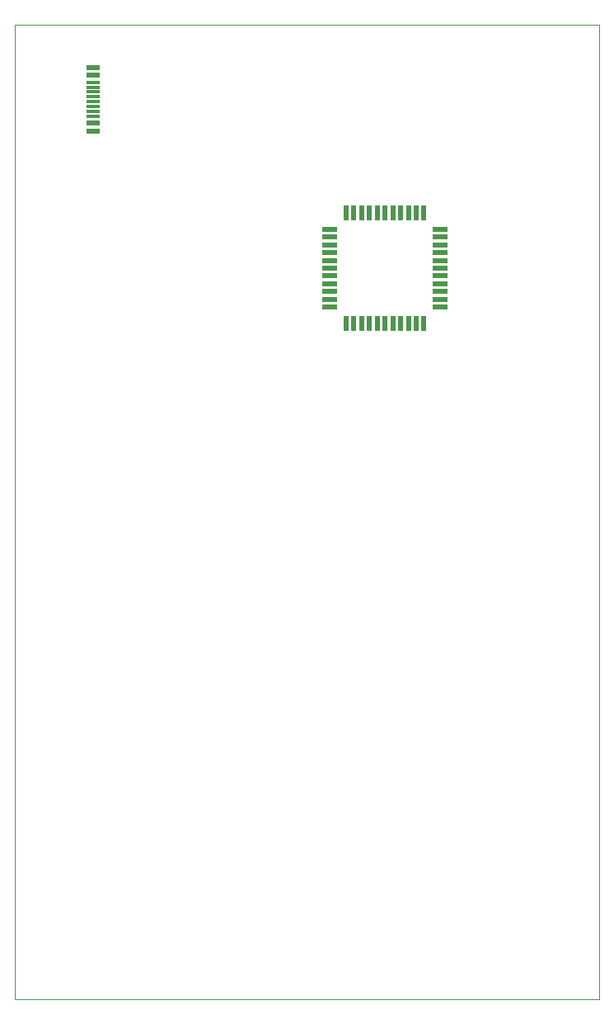
<source format=gbr>
%TF.GenerationSoftware,KiCad,Pcbnew,(6.0.5)*%
%TF.CreationDate,2022-06-21T12:49:05+10:00*%
%TF.ProjectId,test_microcontroller,74657374-5f6d-4696-9372-6f636f6e7472,rev?*%
%TF.SameCoordinates,Original*%
%TF.FileFunction,Paste,Top*%
%TF.FilePolarity,Positive*%
%FSLAX46Y46*%
G04 Gerber Fmt 4.6, Leading zero omitted, Abs format (unit mm)*
G04 Created by KiCad (PCBNEW (6.0.5)) date 2022-06-21 12:49:05*
%MOMM*%
%LPD*%
G01*
G04 APERTURE LIST*
%TA.AperFunction,Profile*%
%ADD10C,0.100000*%
%TD*%
%ADD11R,1.450000X0.600000*%
%ADD12R,1.450000X0.300000*%
%ADD13R,1.500000X0.550000*%
%ADD14R,0.550000X1.500000*%
G04 APERTURE END LIST*
D10*
X89000000Y-20000000D02*
X29000000Y-20000000D01*
X89000000Y-120000000D02*
X89000000Y-20000000D01*
X29000000Y-20000000D02*
X29000000Y-120000000D01*
X29000000Y-120000000D02*
X89000000Y-120000000D01*
D11*
%TO.C,J1*%
X37045000Y-24419520D03*
X37045000Y-25219520D03*
D12*
X37045000Y-26419520D03*
X37045000Y-27419520D03*
X37045000Y-27919520D03*
X37045000Y-28919520D03*
D11*
X37045000Y-30119520D03*
X37045000Y-30919520D03*
X37045000Y-30919520D03*
X37045000Y-30119520D03*
D12*
X37045000Y-29419520D03*
X37045000Y-28419520D03*
X37045000Y-26919520D03*
X37045000Y-25919520D03*
D11*
X37045000Y-25219520D03*
X37045000Y-24419520D03*
%TD*%
D13*
%TO.C,U1*%
X61300000Y-41000000D03*
X61300000Y-41800000D03*
X61300000Y-42600000D03*
X61300000Y-43400000D03*
X61300000Y-44200000D03*
X61300000Y-45000000D03*
X61300000Y-45800000D03*
X61300000Y-46600000D03*
X61300000Y-47400000D03*
X61300000Y-48200000D03*
X61300000Y-49000000D03*
D14*
X63000000Y-50700000D03*
X63800000Y-50700000D03*
X64600000Y-50700000D03*
X65400000Y-50700000D03*
X66200000Y-50700000D03*
X67000000Y-50700000D03*
X67800000Y-50700000D03*
X68600000Y-50700000D03*
X69400000Y-50700000D03*
X70200000Y-50700000D03*
X71000000Y-50700000D03*
D13*
X72700000Y-49000000D03*
X72700000Y-48200000D03*
X72700000Y-47400000D03*
X72700000Y-46600000D03*
X72700000Y-45800000D03*
X72700000Y-45000000D03*
X72700000Y-44200000D03*
X72700000Y-43400000D03*
X72700000Y-42600000D03*
X72700000Y-41800000D03*
X72700000Y-41000000D03*
D14*
X71000000Y-39300000D03*
X70200000Y-39300000D03*
X69400000Y-39300000D03*
X68600000Y-39300000D03*
X67800000Y-39300000D03*
X67000000Y-39300000D03*
X66200000Y-39300000D03*
X65400000Y-39300000D03*
X64600000Y-39300000D03*
X63800000Y-39300000D03*
X63000000Y-39300000D03*
%TD*%
M02*

</source>
